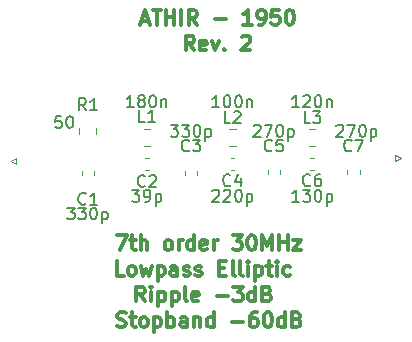
<source format=gto>
G04 #@! TF.GenerationSoftware,KiCad,Pcbnew,(5.1.4)-1*
G04 #@! TF.CreationDate,2019-12-12T20:41:28+01:00*
G04 #@! TF.ProjectId,30mhzLP,33306d68-7a4c-4502-9e6b-696361645f70,rev?*
G04 #@! TF.SameCoordinates,Original*
G04 #@! TF.FileFunction,Legend,Top*
G04 #@! TF.FilePolarity,Positive*
%FSLAX46Y46*%
G04 Gerber Fmt 4.6, Leading zero omitted, Abs format (unit mm)*
G04 Created by KiCad (PCBNEW (5.1.4)-1) date 2019-12-12 20:41:28*
%MOMM*%
%LPD*%
G04 APERTURE LIST*
%ADD10C,0.300000*%
%ADD11C,0.120000*%
%ADD12C,0.150000*%
G04 APERTURE END LIST*
D10*
X130952380Y-118802976D02*
X131785714Y-118802976D01*
X131250000Y-120052976D01*
X132083333Y-119219642D02*
X132559523Y-119219642D01*
X132261904Y-118802976D02*
X132261904Y-119874404D01*
X132321428Y-119993452D01*
X132440476Y-120052976D01*
X132559523Y-120052976D01*
X132976190Y-120052976D02*
X132976190Y-118802976D01*
X133511904Y-120052976D02*
X133511904Y-119398214D01*
X133452380Y-119279166D01*
X133333333Y-119219642D01*
X133154761Y-119219642D01*
X133035714Y-119279166D01*
X132976190Y-119338690D01*
X135238095Y-120052976D02*
X135119047Y-119993452D01*
X135059523Y-119933928D01*
X135000000Y-119814880D01*
X135000000Y-119457738D01*
X135059523Y-119338690D01*
X135119047Y-119279166D01*
X135238095Y-119219642D01*
X135416666Y-119219642D01*
X135535714Y-119279166D01*
X135595238Y-119338690D01*
X135654761Y-119457738D01*
X135654761Y-119814880D01*
X135595238Y-119933928D01*
X135535714Y-119993452D01*
X135416666Y-120052976D01*
X135238095Y-120052976D01*
X136190476Y-120052976D02*
X136190476Y-119219642D01*
X136190476Y-119457738D02*
X136250000Y-119338690D01*
X136309523Y-119279166D01*
X136428571Y-119219642D01*
X136547619Y-119219642D01*
X137500000Y-120052976D02*
X137500000Y-118802976D01*
X137500000Y-119993452D02*
X137380952Y-120052976D01*
X137142857Y-120052976D01*
X137023809Y-119993452D01*
X136964285Y-119933928D01*
X136904761Y-119814880D01*
X136904761Y-119457738D01*
X136964285Y-119338690D01*
X137023809Y-119279166D01*
X137142857Y-119219642D01*
X137380952Y-119219642D01*
X137500000Y-119279166D01*
X138571428Y-119993452D02*
X138452380Y-120052976D01*
X138214285Y-120052976D01*
X138095238Y-119993452D01*
X138035714Y-119874404D01*
X138035714Y-119398214D01*
X138095238Y-119279166D01*
X138214285Y-119219642D01*
X138452380Y-119219642D01*
X138571428Y-119279166D01*
X138630952Y-119398214D01*
X138630952Y-119517261D01*
X138035714Y-119636309D01*
X139166666Y-120052976D02*
X139166666Y-119219642D01*
X139166666Y-119457738D02*
X139226190Y-119338690D01*
X139285714Y-119279166D01*
X139404761Y-119219642D01*
X139523809Y-119219642D01*
X140773809Y-118802976D02*
X141547619Y-118802976D01*
X141130952Y-119279166D01*
X141309523Y-119279166D01*
X141428571Y-119338690D01*
X141488095Y-119398214D01*
X141547619Y-119517261D01*
X141547619Y-119814880D01*
X141488095Y-119933928D01*
X141428571Y-119993452D01*
X141309523Y-120052976D01*
X140952380Y-120052976D01*
X140833333Y-119993452D01*
X140773809Y-119933928D01*
X142321428Y-118802976D02*
X142440476Y-118802976D01*
X142559523Y-118862500D01*
X142619047Y-118922023D01*
X142678571Y-119041071D01*
X142738095Y-119279166D01*
X142738095Y-119576785D01*
X142678571Y-119814880D01*
X142619047Y-119933928D01*
X142559523Y-119993452D01*
X142440476Y-120052976D01*
X142321428Y-120052976D01*
X142202380Y-119993452D01*
X142142857Y-119933928D01*
X142083333Y-119814880D01*
X142023809Y-119576785D01*
X142023809Y-119279166D01*
X142083333Y-119041071D01*
X142142857Y-118922023D01*
X142202380Y-118862500D01*
X142321428Y-118802976D01*
X143273809Y-120052976D02*
X143273809Y-118802976D01*
X143690476Y-119695833D01*
X144107142Y-118802976D01*
X144107142Y-120052976D01*
X144702380Y-120052976D02*
X144702380Y-118802976D01*
X144702380Y-119398214D02*
X145416666Y-119398214D01*
X145416666Y-120052976D02*
X145416666Y-118802976D01*
X145892857Y-119219642D02*
X146547619Y-119219642D01*
X145892857Y-120052976D01*
X146547619Y-120052976D01*
X131547619Y-122227976D02*
X130952380Y-122227976D01*
X130952380Y-120977976D01*
X132142857Y-122227976D02*
X132023809Y-122168452D01*
X131964285Y-122108928D01*
X131904761Y-121989880D01*
X131904761Y-121632738D01*
X131964285Y-121513690D01*
X132023809Y-121454166D01*
X132142857Y-121394642D01*
X132321428Y-121394642D01*
X132440476Y-121454166D01*
X132500000Y-121513690D01*
X132559523Y-121632738D01*
X132559523Y-121989880D01*
X132500000Y-122108928D01*
X132440476Y-122168452D01*
X132321428Y-122227976D01*
X132142857Y-122227976D01*
X132976190Y-121394642D02*
X133214285Y-122227976D01*
X133452380Y-121632738D01*
X133690476Y-122227976D01*
X133928571Y-121394642D01*
X134404761Y-121394642D02*
X134404761Y-122644642D01*
X134404761Y-121454166D02*
X134523809Y-121394642D01*
X134761904Y-121394642D01*
X134880952Y-121454166D01*
X134940476Y-121513690D01*
X135000000Y-121632738D01*
X135000000Y-121989880D01*
X134940476Y-122108928D01*
X134880952Y-122168452D01*
X134761904Y-122227976D01*
X134523809Y-122227976D01*
X134404761Y-122168452D01*
X136071428Y-122227976D02*
X136071428Y-121573214D01*
X136011904Y-121454166D01*
X135892857Y-121394642D01*
X135654761Y-121394642D01*
X135535714Y-121454166D01*
X136071428Y-122168452D02*
X135952380Y-122227976D01*
X135654761Y-122227976D01*
X135535714Y-122168452D01*
X135476190Y-122049404D01*
X135476190Y-121930357D01*
X135535714Y-121811309D01*
X135654761Y-121751785D01*
X135952380Y-121751785D01*
X136071428Y-121692261D01*
X136607142Y-122168452D02*
X136726190Y-122227976D01*
X136964285Y-122227976D01*
X137083333Y-122168452D01*
X137142857Y-122049404D01*
X137142857Y-121989880D01*
X137083333Y-121870833D01*
X136964285Y-121811309D01*
X136785714Y-121811309D01*
X136666666Y-121751785D01*
X136607142Y-121632738D01*
X136607142Y-121573214D01*
X136666666Y-121454166D01*
X136785714Y-121394642D01*
X136964285Y-121394642D01*
X137083333Y-121454166D01*
X137619047Y-122168452D02*
X137738095Y-122227976D01*
X137976190Y-122227976D01*
X138095238Y-122168452D01*
X138154761Y-122049404D01*
X138154761Y-121989880D01*
X138095238Y-121870833D01*
X137976190Y-121811309D01*
X137797619Y-121811309D01*
X137678571Y-121751785D01*
X137619047Y-121632738D01*
X137619047Y-121573214D01*
X137678571Y-121454166D01*
X137797619Y-121394642D01*
X137976190Y-121394642D01*
X138095238Y-121454166D01*
X139642857Y-121573214D02*
X140059523Y-121573214D01*
X140238095Y-122227976D02*
X139642857Y-122227976D01*
X139642857Y-120977976D01*
X140238095Y-120977976D01*
X140952380Y-122227976D02*
X140833333Y-122168452D01*
X140773809Y-122049404D01*
X140773809Y-120977976D01*
X141607142Y-122227976D02*
X141488095Y-122168452D01*
X141428571Y-122049404D01*
X141428571Y-120977976D01*
X142083333Y-122227976D02*
X142083333Y-121394642D01*
X142083333Y-120977976D02*
X142023809Y-121037500D01*
X142083333Y-121097023D01*
X142142857Y-121037500D01*
X142083333Y-120977976D01*
X142083333Y-121097023D01*
X142678571Y-121394642D02*
X142678571Y-122644642D01*
X142678571Y-121454166D02*
X142797619Y-121394642D01*
X143035714Y-121394642D01*
X143154761Y-121454166D01*
X143214285Y-121513690D01*
X143273809Y-121632738D01*
X143273809Y-121989880D01*
X143214285Y-122108928D01*
X143154761Y-122168452D01*
X143035714Y-122227976D01*
X142797619Y-122227976D01*
X142678571Y-122168452D01*
X143630952Y-121394642D02*
X144107142Y-121394642D01*
X143809523Y-120977976D02*
X143809523Y-122049404D01*
X143869047Y-122168452D01*
X143988095Y-122227976D01*
X144107142Y-122227976D01*
X144523809Y-122227976D02*
X144523809Y-121394642D01*
X144523809Y-120977976D02*
X144464285Y-121037500D01*
X144523809Y-121097023D01*
X144583333Y-121037500D01*
X144523809Y-120977976D01*
X144523809Y-121097023D01*
X145654761Y-122168452D02*
X145535714Y-122227976D01*
X145297619Y-122227976D01*
X145178571Y-122168452D01*
X145119047Y-122108928D01*
X145059523Y-121989880D01*
X145059523Y-121632738D01*
X145119047Y-121513690D01*
X145178571Y-121454166D01*
X145297619Y-121394642D01*
X145535714Y-121394642D01*
X145654761Y-121454166D01*
X133333333Y-124402976D02*
X132916666Y-123807738D01*
X132619047Y-124402976D02*
X132619047Y-123152976D01*
X133095238Y-123152976D01*
X133214285Y-123212500D01*
X133273809Y-123272023D01*
X133333333Y-123391071D01*
X133333333Y-123569642D01*
X133273809Y-123688690D01*
X133214285Y-123748214D01*
X133095238Y-123807738D01*
X132619047Y-123807738D01*
X133869047Y-124402976D02*
X133869047Y-123569642D01*
X133869047Y-123152976D02*
X133809523Y-123212500D01*
X133869047Y-123272023D01*
X133928571Y-123212500D01*
X133869047Y-123152976D01*
X133869047Y-123272023D01*
X134464285Y-123569642D02*
X134464285Y-124819642D01*
X134464285Y-123629166D02*
X134583333Y-123569642D01*
X134821428Y-123569642D01*
X134940476Y-123629166D01*
X135000000Y-123688690D01*
X135059523Y-123807738D01*
X135059523Y-124164880D01*
X135000000Y-124283928D01*
X134940476Y-124343452D01*
X134821428Y-124402976D01*
X134583333Y-124402976D01*
X134464285Y-124343452D01*
X135595238Y-123569642D02*
X135595238Y-124819642D01*
X135595238Y-123629166D02*
X135714285Y-123569642D01*
X135952380Y-123569642D01*
X136071428Y-123629166D01*
X136130952Y-123688690D01*
X136190476Y-123807738D01*
X136190476Y-124164880D01*
X136130952Y-124283928D01*
X136071428Y-124343452D01*
X135952380Y-124402976D01*
X135714285Y-124402976D01*
X135595238Y-124343452D01*
X136904761Y-124402976D02*
X136785714Y-124343452D01*
X136726190Y-124224404D01*
X136726190Y-123152976D01*
X137857142Y-124343452D02*
X137738095Y-124402976D01*
X137500000Y-124402976D01*
X137380952Y-124343452D01*
X137321428Y-124224404D01*
X137321428Y-123748214D01*
X137380952Y-123629166D01*
X137500000Y-123569642D01*
X137738095Y-123569642D01*
X137857142Y-123629166D01*
X137916666Y-123748214D01*
X137916666Y-123867261D01*
X137321428Y-123986309D01*
X139404761Y-123926785D02*
X140357142Y-123926785D01*
X140833333Y-123152976D02*
X141607142Y-123152976D01*
X141190476Y-123629166D01*
X141369047Y-123629166D01*
X141488095Y-123688690D01*
X141547619Y-123748214D01*
X141607142Y-123867261D01*
X141607142Y-124164880D01*
X141547619Y-124283928D01*
X141488095Y-124343452D01*
X141369047Y-124402976D01*
X141011904Y-124402976D01*
X140892857Y-124343452D01*
X140833333Y-124283928D01*
X142678571Y-124402976D02*
X142678571Y-123152976D01*
X142678571Y-124343452D02*
X142559523Y-124402976D01*
X142321428Y-124402976D01*
X142202380Y-124343452D01*
X142142857Y-124283928D01*
X142083333Y-124164880D01*
X142083333Y-123807738D01*
X142142857Y-123688690D01*
X142202380Y-123629166D01*
X142321428Y-123569642D01*
X142559523Y-123569642D01*
X142678571Y-123629166D01*
X143690476Y-123748214D02*
X143869047Y-123807738D01*
X143928571Y-123867261D01*
X143988095Y-123986309D01*
X143988095Y-124164880D01*
X143928571Y-124283928D01*
X143869047Y-124343452D01*
X143750000Y-124402976D01*
X143273809Y-124402976D01*
X143273809Y-123152976D01*
X143690476Y-123152976D01*
X143809523Y-123212500D01*
X143869047Y-123272023D01*
X143928571Y-123391071D01*
X143928571Y-123510119D01*
X143869047Y-123629166D01*
X143809523Y-123688690D01*
X143690476Y-123748214D01*
X143273809Y-123748214D01*
X131011904Y-126518452D02*
X131190476Y-126577976D01*
X131488095Y-126577976D01*
X131607142Y-126518452D01*
X131666666Y-126458928D01*
X131726190Y-126339880D01*
X131726190Y-126220833D01*
X131666666Y-126101785D01*
X131607142Y-126042261D01*
X131488095Y-125982738D01*
X131250000Y-125923214D01*
X131130952Y-125863690D01*
X131071428Y-125804166D01*
X131011904Y-125685119D01*
X131011904Y-125566071D01*
X131071428Y-125447023D01*
X131130952Y-125387500D01*
X131250000Y-125327976D01*
X131547619Y-125327976D01*
X131726190Y-125387500D01*
X132083333Y-125744642D02*
X132559523Y-125744642D01*
X132261904Y-125327976D02*
X132261904Y-126399404D01*
X132321428Y-126518452D01*
X132440476Y-126577976D01*
X132559523Y-126577976D01*
X133154761Y-126577976D02*
X133035714Y-126518452D01*
X132976190Y-126458928D01*
X132916666Y-126339880D01*
X132916666Y-125982738D01*
X132976190Y-125863690D01*
X133035714Y-125804166D01*
X133154761Y-125744642D01*
X133333333Y-125744642D01*
X133452380Y-125804166D01*
X133511904Y-125863690D01*
X133571428Y-125982738D01*
X133571428Y-126339880D01*
X133511904Y-126458928D01*
X133452380Y-126518452D01*
X133333333Y-126577976D01*
X133154761Y-126577976D01*
X134107142Y-125744642D02*
X134107142Y-126994642D01*
X134107142Y-125804166D02*
X134226190Y-125744642D01*
X134464285Y-125744642D01*
X134583333Y-125804166D01*
X134642857Y-125863690D01*
X134702380Y-125982738D01*
X134702380Y-126339880D01*
X134642857Y-126458928D01*
X134583333Y-126518452D01*
X134464285Y-126577976D01*
X134226190Y-126577976D01*
X134107142Y-126518452D01*
X135238095Y-126577976D02*
X135238095Y-125327976D01*
X135238095Y-125804166D02*
X135357142Y-125744642D01*
X135595238Y-125744642D01*
X135714285Y-125804166D01*
X135773809Y-125863690D01*
X135833333Y-125982738D01*
X135833333Y-126339880D01*
X135773809Y-126458928D01*
X135714285Y-126518452D01*
X135595238Y-126577976D01*
X135357142Y-126577976D01*
X135238095Y-126518452D01*
X136904761Y-126577976D02*
X136904761Y-125923214D01*
X136845238Y-125804166D01*
X136726190Y-125744642D01*
X136488095Y-125744642D01*
X136369047Y-125804166D01*
X136904761Y-126518452D02*
X136785714Y-126577976D01*
X136488095Y-126577976D01*
X136369047Y-126518452D01*
X136309523Y-126399404D01*
X136309523Y-126280357D01*
X136369047Y-126161309D01*
X136488095Y-126101785D01*
X136785714Y-126101785D01*
X136904761Y-126042261D01*
X137500000Y-125744642D02*
X137500000Y-126577976D01*
X137500000Y-125863690D02*
X137559523Y-125804166D01*
X137678571Y-125744642D01*
X137857142Y-125744642D01*
X137976190Y-125804166D01*
X138035714Y-125923214D01*
X138035714Y-126577976D01*
X139166666Y-126577976D02*
X139166666Y-125327976D01*
X139166666Y-126518452D02*
X139047619Y-126577976D01*
X138809523Y-126577976D01*
X138690476Y-126518452D01*
X138630952Y-126458928D01*
X138571428Y-126339880D01*
X138571428Y-125982738D01*
X138630952Y-125863690D01*
X138690476Y-125804166D01*
X138809523Y-125744642D01*
X139047619Y-125744642D01*
X139166666Y-125804166D01*
X140714285Y-126101785D02*
X141666666Y-126101785D01*
X142797619Y-125327976D02*
X142559523Y-125327976D01*
X142440476Y-125387500D01*
X142380952Y-125447023D01*
X142261904Y-125625595D01*
X142202380Y-125863690D01*
X142202380Y-126339880D01*
X142261904Y-126458928D01*
X142321428Y-126518452D01*
X142440476Y-126577976D01*
X142678571Y-126577976D01*
X142797619Y-126518452D01*
X142857142Y-126458928D01*
X142916666Y-126339880D01*
X142916666Y-126042261D01*
X142857142Y-125923214D01*
X142797619Y-125863690D01*
X142678571Y-125804166D01*
X142440476Y-125804166D01*
X142321428Y-125863690D01*
X142261904Y-125923214D01*
X142202380Y-126042261D01*
X143690476Y-125327976D02*
X143809523Y-125327976D01*
X143928571Y-125387500D01*
X143988095Y-125447023D01*
X144047619Y-125566071D01*
X144107142Y-125804166D01*
X144107142Y-126101785D01*
X144047619Y-126339880D01*
X143988095Y-126458928D01*
X143928571Y-126518452D01*
X143809523Y-126577976D01*
X143690476Y-126577976D01*
X143571428Y-126518452D01*
X143511904Y-126458928D01*
X143452380Y-126339880D01*
X143392857Y-126101785D01*
X143392857Y-125804166D01*
X143452380Y-125566071D01*
X143511904Y-125447023D01*
X143571428Y-125387500D01*
X143690476Y-125327976D01*
X145178571Y-126577976D02*
X145178571Y-125327976D01*
X145178571Y-126518452D02*
X145059523Y-126577976D01*
X144821428Y-126577976D01*
X144702380Y-126518452D01*
X144642857Y-126458928D01*
X144583333Y-126339880D01*
X144583333Y-125982738D01*
X144642857Y-125863690D01*
X144702380Y-125804166D01*
X144821428Y-125744642D01*
X145059523Y-125744642D01*
X145178571Y-125804166D01*
X146190476Y-125923214D02*
X146369047Y-125982738D01*
X146428571Y-126042261D01*
X146488095Y-126161309D01*
X146488095Y-126339880D01*
X146428571Y-126458928D01*
X146369047Y-126518452D01*
X146250000Y-126577976D01*
X145773809Y-126577976D01*
X145773809Y-125327976D01*
X146190476Y-125327976D01*
X146309523Y-125387500D01*
X146369047Y-125447023D01*
X146428571Y-125566071D01*
X146428571Y-125685119D01*
X146369047Y-125804166D01*
X146309523Y-125863690D01*
X146190476Y-125923214D01*
X145773809Y-125923214D01*
X133041666Y-100620833D02*
X133636904Y-100620833D01*
X132922619Y-100977976D02*
X133339285Y-99727976D01*
X133755952Y-100977976D01*
X133994047Y-99727976D02*
X134708333Y-99727976D01*
X134351190Y-100977976D02*
X134351190Y-99727976D01*
X135125000Y-100977976D02*
X135125000Y-99727976D01*
X135125000Y-100323214D02*
X135839285Y-100323214D01*
X135839285Y-100977976D02*
X135839285Y-99727976D01*
X136434523Y-100977976D02*
X136434523Y-99727976D01*
X137744047Y-100977976D02*
X137327380Y-100382738D01*
X137029761Y-100977976D02*
X137029761Y-99727976D01*
X137505952Y-99727976D01*
X137625000Y-99787500D01*
X137684523Y-99847023D01*
X137744047Y-99966071D01*
X137744047Y-100144642D01*
X137684523Y-100263690D01*
X137625000Y-100323214D01*
X137505952Y-100382738D01*
X137029761Y-100382738D01*
X139232142Y-100501785D02*
X140184523Y-100501785D01*
X142386904Y-100977976D02*
X141672619Y-100977976D01*
X142029761Y-100977976D02*
X142029761Y-99727976D01*
X141910714Y-99906547D01*
X141791666Y-100025595D01*
X141672619Y-100085119D01*
X142982142Y-100977976D02*
X143220238Y-100977976D01*
X143339285Y-100918452D01*
X143398809Y-100858928D01*
X143517857Y-100680357D01*
X143577380Y-100442261D01*
X143577380Y-99966071D01*
X143517857Y-99847023D01*
X143458333Y-99787500D01*
X143339285Y-99727976D01*
X143101190Y-99727976D01*
X142982142Y-99787500D01*
X142922619Y-99847023D01*
X142863095Y-99966071D01*
X142863095Y-100263690D01*
X142922619Y-100382738D01*
X142982142Y-100442261D01*
X143101190Y-100501785D01*
X143339285Y-100501785D01*
X143458333Y-100442261D01*
X143517857Y-100382738D01*
X143577380Y-100263690D01*
X144708333Y-99727976D02*
X144113095Y-99727976D01*
X144053571Y-100323214D01*
X144113095Y-100263690D01*
X144232142Y-100204166D01*
X144529761Y-100204166D01*
X144648809Y-100263690D01*
X144708333Y-100323214D01*
X144767857Y-100442261D01*
X144767857Y-100739880D01*
X144708333Y-100858928D01*
X144648809Y-100918452D01*
X144529761Y-100977976D01*
X144232142Y-100977976D01*
X144113095Y-100918452D01*
X144053571Y-100858928D01*
X145541666Y-99727976D02*
X145660714Y-99727976D01*
X145779761Y-99787500D01*
X145839285Y-99847023D01*
X145898809Y-99966071D01*
X145958333Y-100204166D01*
X145958333Y-100501785D01*
X145898809Y-100739880D01*
X145839285Y-100858928D01*
X145779761Y-100918452D01*
X145660714Y-100977976D01*
X145541666Y-100977976D01*
X145422619Y-100918452D01*
X145363095Y-100858928D01*
X145303571Y-100739880D01*
X145244047Y-100501785D01*
X145244047Y-100204166D01*
X145303571Y-99966071D01*
X145363095Y-99847023D01*
X145422619Y-99787500D01*
X145541666Y-99727976D01*
X137505952Y-103152976D02*
X137089285Y-102557738D01*
X136791666Y-103152976D02*
X136791666Y-101902976D01*
X137267857Y-101902976D01*
X137386904Y-101962500D01*
X137446428Y-102022023D01*
X137505952Y-102141071D01*
X137505952Y-102319642D01*
X137446428Y-102438690D01*
X137386904Y-102498214D01*
X137267857Y-102557738D01*
X136791666Y-102557738D01*
X138517857Y-103093452D02*
X138398809Y-103152976D01*
X138160714Y-103152976D01*
X138041666Y-103093452D01*
X137982142Y-102974404D01*
X137982142Y-102498214D01*
X138041666Y-102379166D01*
X138160714Y-102319642D01*
X138398809Y-102319642D01*
X138517857Y-102379166D01*
X138577380Y-102498214D01*
X138577380Y-102617261D01*
X137982142Y-102736309D01*
X138994047Y-102319642D02*
X139291666Y-103152976D01*
X139589285Y-102319642D01*
X140065476Y-103033928D02*
X140125000Y-103093452D01*
X140065476Y-103152976D01*
X140005952Y-103093452D01*
X140065476Y-103033928D01*
X140065476Y-103152976D01*
X141553571Y-102022023D02*
X141613095Y-101962500D01*
X141732142Y-101902976D01*
X142029761Y-101902976D01*
X142148809Y-101962500D01*
X142208333Y-102022023D01*
X142267857Y-102141071D01*
X142267857Y-102260119D01*
X142208333Y-102438690D01*
X141494047Y-103152976D01*
X142267857Y-103152976D01*
D11*
X129210000Y-110258578D02*
X129210000Y-109741422D01*
X127790000Y-110258578D02*
X127790000Y-109741422D01*
X147241422Y-111210000D02*
X147758578Y-111210000D01*
X147241422Y-109790000D02*
X147758578Y-109790000D01*
X140491422Y-111210000D02*
X141008578Y-111210000D01*
X140491422Y-109790000D02*
X141008578Y-109790000D01*
X133241422Y-111210000D02*
X133758578Y-111210000D01*
X133241422Y-109790000D02*
X133758578Y-109790000D01*
X155040000Y-112250000D02*
X154540000Y-112000000D01*
X154540000Y-112000000D02*
X154540000Y-112500000D01*
X154540000Y-112500000D02*
X155040000Y-112250000D01*
X121960000Y-112500000D02*
X122460000Y-112750000D01*
X122460000Y-112750000D02*
X122460000Y-112250000D01*
X122460000Y-112250000D02*
X121960000Y-112500000D01*
X150490000Y-113299721D02*
X150490000Y-113625279D01*
X151510000Y-113299721D02*
X151510000Y-113625279D01*
X147662779Y-112240000D02*
X147337221Y-112240000D01*
X147662779Y-113260000D02*
X147337221Y-113260000D01*
X143740000Y-113299721D02*
X143740000Y-113625279D01*
X144760000Y-113299721D02*
X144760000Y-113625279D01*
X140912779Y-112240000D02*
X140587221Y-112240000D01*
X140912779Y-113260000D02*
X140587221Y-113260000D01*
X136740000Y-113337221D02*
X136740000Y-113662779D01*
X137760000Y-113337221D02*
X137760000Y-113662779D01*
X133662779Y-112240000D02*
X133337221Y-112240000D01*
X133662779Y-113260000D02*
X133337221Y-113260000D01*
X127990000Y-113337221D02*
X127990000Y-113662779D01*
X129010000Y-113337221D02*
X129010000Y-113662779D01*
D12*
X128333333Y-108202380D02*
X128000000Y-107726190D01*
X127761904Y-108202380D02*
X127761904Y-107202380D01*
X128142857Y-107202380D01*
X128238095Y-107250000D01*
X128285714Y-107297619D01*
X128333333Y-107392857D01*
X128333333Y-107535714D01*
X128285714Y-107630952D01*
X128238095Y-107678571D01*
X128142857Y-107726190D01*
X127761904Y-107726190D01*
X129285714Y-108202380D02*
X128714285Y-108202380D01*
X129000000Y-108202380D02*
X129000000Y-107202380D01*
X128904761Y-107345238D01*
X128809523Y-107440476D01*
X128714285Y-107488095D01*
X126261904Y-108702380D02*
X125785714Y-108702380D01*
X125738095Y-109178571D01*
X125785714Y-109130952D01*
X125880952Y-109083333D01*
X126119047Y-109083333D01*
X126214285Y-109130952D01*
X126261904Y-109178571D01*
X126309523Y-109273809D01*
X126309523Y-109511904D01*
X126261904Y-109607142D01*
X126214285Y-109654761D01*
X126119047Y-109702380D01*
X125880952Y-109702380D01*
X125785714Y-109654761D01*
X125738095Y-109607142D01*
X126928571Y-108702380D02*
X127023809Y-108702380D01*
X127119047Y-108750000D01*
X127166666Y-108797619D01*
X127214285Y-108892857D01*
X127261904Y-109083333D01*
X127261904Y-109321428D01*
X127214285Y-109511904D01*
X127166666Y-109607142D01*
X127119047Y-109654761D01*
X127023809Y-109702380D01*
X126928571Y-109702380D01*
X126833333Y-109654761D01*
X126785714Y-109607142D01*
X126738095Y-109511904D01*
X126690476Y-109321428D01*
X126690476Y-109083333D01*
X126738095Y-108892857D01*
X126785714Y-108797619D01*
X126833333Y-108750000D01*
X126928571Y-108702380D01*
X147333333Y-109302380D02*
X146857142Y-109302380D01*
X146857142Y-108302380D01*
X147571428Y-108302380D02*
X148190476Y-108302380D01*
X147857142Y-108683333D01*
X148000000Y-108683333D01*
X148095238Y-108730952D01*
X148142857Y-108778571D01*
X148190476Y-108873809D01*
X148190476Y-109111904D01*
X148142857Y-109207142D01*
X148095238Y-109254761D01*
X148000000Y-109302380D01*
X147714285Y-109302380D01*
X147619047Y-109254761D01*
X147571428Y-109207142D01*
X146380952Y-107952380D02*
X145809523Y-107952380D01*
X146095238Y-107952380D02*
X146095238Y-106952380D01*
X146000000Y-107095238D01*
X145904761Y-107190476D01*
X145809523Y-107238095D01*
X146761904Y-107047619D02*
X146809523Y-107000000D01*
X146904761Y-106952380D01*
X147142857Y-106952380D01*
X147238095Y-107000000D01*
X147285714Y-107047619D01*
X147333333Y-107142857D01*
X147333333Y-107238095D01*
X147285714Y-107380952D01*
X146714285Y-107952380D01*
X147333333Y-107952380D01*
X147952380Y-106952380D02*
X148047619Y-106952380D01*
X148142857Y-107000000D01*
X148190476Y-107047619D01*
X148238095Y-107142857D01*
X148285714Y-107333333D01*
X148285714Y-107571428D01*
X148238095Y-107761904D01*
X148190476Y-107857142D01*
X148142857Y-107904761D01*
X148047619Y-107952380D01*
X147952380Y-107952380D01*
X147857142Y-107904761D01*
X147809523Y-107857142D01*
X147761904Y-107761904D01*
X147714285Y-107571428D01*
X147714285Y-107333333D01*
X147761904Y-107142857D01*
X147809523Y-107047619D01*
X147857142Y-107000000D01*
X147952380Y-106952380D01*
X148714285Y-107285714D02*
X148714285Y-107952380D01*
X148714285Y-107380952D02*
X148761904Y-107333333D01*
X148857142Y-107285714D01*
X149000000Y-107285714D01*
X149095238Y-107333333D01*
X149142857Y-107428571D01*
X149142857Y-107952380D01*
X140583333Y-109302380D02*
X140107142Y-109302380D01*
X140107142Y-108302380D01*
X140869047Y-108397619D02*
X140916666Y-108350000D01*
X141011904Y-108302380D01*
X141250000Y-108302380D01*
X141345238Y-108350000D01*
X141392857Y-108397619D01*
X141440476Y-108492857D01*
X141440476Y-108588095D01*
X141392857Y-108730952D01*
X140821428Y-109302380D01*
X141440476Y-109302380D01*
X139630952Y-107952380D02*
X139059523Y-107952380D01*
X139345238Y-107952380D02*
X139345238Y-106952380D01*
X139250000Y-107095238D01*
X139154761Y-107190476D01*
X139059523Y-107238095D01*
X140250000Y-106952380D02*
X140345238Y-106952380D01*
X140440476Y-107000000D01*
X140488095Y-107047619D01*
X140535714Y-107142857D01*
X140583333Y-107333333D01*
X140583333Y-107571428D01*
X140535714Y-107761904D01*
X140488095Y-107857142D01*
X140440476Y-107904761D01*
X140345238Y-107952380D01*
X140250000Y-107952380D01*
X140154761Y-107904761D01*
X140107142Y-107857142D01*
X140059523Y-107761904D01*
X140011904Y-107571428D01*
X140011904Y-107333333D01*
X140059523Y-107142857D01*
X140107142Y-107047619D01*
X140154761Y-107000000D01*
X140250000Y-106952380D01*
X141202380Y-106952380D02*
X141297619Y-106952380D01*
X141392857Y-107000000D01*
X141440476Y-107047619D01*
X141488095Y-107142857D01*
X141535714Y-107333333D01*
X141535714Y-107571428D01*
X141488095Y-107761904D01*
X141440476Y-107857142D01*
X141392857Y-107904761D01*
X141297619Y-107952380D01*
X141202380Y-107952380D01*
X141107142Y-107904761D01*
X141059523Y-107857142D01*
X141011904Y-107761904D01*
X140964285Y-107571428D01*
X140964285Y-107333333D01*
X141011904Y-107142857D01*
X141059523Y-107047619D01*
X141107142Y-107000000D01*
X141202380Y-106952380D01*
X141964285Y-107285714D02*
X141964285Y-107952380D01*
X141964285Y-107380952D02*
X142011904Y-107333333D01*
X142107142Y-107285714D01*
X142250000Y-107285714D01*
X142345238Y-107333333D01*
X142392857Y-107428571D01*
X142392857Y-107952380D01*
X133333333Y-109202380D02*
X132857142Y-109202380D01*
X132857142Y-108202380D01*
X134190476Y-109202380D02*
X133619047Y-109202380D01*
X133904761Y-109202380D02*
X133904761Y-108202380D01*
X133809523Y-108345238D01*
X133714285Y-108440476D01*
X133619047Y-108488095D01*
X132380952Y-107952380D02*
X131809523Y-107952380D01*
X132095238Y-107952380D02*
X132095238Y-106952380D01*
X132000000Y-107095238D01*
X131904761Y-107190476D01*
X131809523Y-107238095D01*
X132952380Y-107380952D02*
X132857142Y-107333333D01*
X132809523Y-107285714D01*
X132761904Y-107190476D01*
X132761904Y-107142857D01*
X132809523Y-107047619D01*
X132857142Y-107000000D01*
X132952380Y-106952380D01*
X133142857Y-106952380D01*
X133238095Y-107000000D01*
X133285714Y-107047619D01*
X133333333Y-107142857D01*
X133333333Y-107190476D01*
X133285714Y-107285714D01*
X133238095Y-107333333D01*
X133142857Y-107380952D01*
X132952380Y-107380952D01*
X132857142Y-107428571D01*
X132809523Y-107476190D01*
X132761904Y-107571428D01*
X132761904Y-107761904D01*
X132809523Y-107857142D01*
X132857142Y-107904761D01*
X132952380Y-107952380D01*
X133142857Y-107952380D01*
X133238095Y-107904761D01*
X133285714Y-107857142D01*
X133333333Y-107761904D01*
X133333333Y-107571428D01*
X133285714Y-107476190D01*
X133238095Y-107428571D01*
X133142857Y-107380952D01*
X133952380Y-106952380D02*
X134047619Y-106952380D01*
X134142857Y-107000000D01*
X134190476Y-107047619D01*
X134238095Y-107142857D01*
X134285714Y-107333333D01*
X134285714Y-107571428D01*
X134238095Y-107761904D01*
X134190476Y-107857142D01*
X134142857Y-107904761D01*
X134047619Y-107952380D01*
X133952380Y-107952380D01*
X133857142Y-107904761D01*
X133809523Y-107857142D01*
X133761904Y-107761904D01*
X133714285Y-107571428D01*
X133714285Y-107333333D01*
X133761904Y-107142857D01*
X133809523Y-107047619D01*
X133857142Y-107000000D01*
X133952380Y-106952380D01*
X134714285Y-107285714D02*
X134714285Y-107952380D01*
X134714285Y-107380952D02*
X134761904Y-107333333D01*
X134857142Y-107285714D01*
X135000000Y-107285714D01*
X135095238Y-107333333D01*
X135142857Y-107428571D01*
X135142857Y-107952380D01*
X150833333Y-111607142D02*
X150785714Y-111654761D01*
X150642857Y-111702380D01*
X150547619Y-111702380D01*
X150404761Y-111654761D01*
X150309523Y-111559523D01*
X150261904Y-111464285D01*
X150214285Y-111273809D01*
X150214285Y-111130952D01*
X150261904Y-110940476D01*
X150309523Y-110845238D01*
X150404761Y-110750000D01*
X150547619Y-110702380D01*
X150642857Y-110702380D01*
X150785714Y-110750000D01*
X150833333Y-110797619D01*
X151166666Y-110702380D02*
X151833333Y-110702380D01*
X151404761Y-111702380D01*
X149559523Y-109547619D02*
X149607142Y-109500000D01*
X149702380Y-109452380D01*
X149940476Y-109452380D01*
X150035714Y-109500000D01*
X150083333Y-109547619D01*
X150130952Y-109642857D01*
X150130952Y-109738095D01*
X150083333Y-109880952D01*
X149511904Y-110452380D01*
X150130952Y-110452380D01*
X150464285Y-109452380D02*
X151130952Y-109452380D01*
X150702380Y-110452380D01*
X151702380Y-109452380D02*
X151797619Y-109452380D01*
X151892857Y-109500000D01*
X151940476Y-109547619D01*
X151988095Y-109642857D01*
X152035714Y-109833333D01*
X152035714Y-110071428D01*
X151988095Y-110261904D01*
X151940476Y-110357142D01*
X151892857Y-110404761D01*
X151797619Y-110452380D01*
X151702380Y-110452380D01*
X151607142Y-110404761D01*
X151559523Y-110357142D01*
X151511904Y-110261904D01*
X151464285Y-110071428D01*
X151464285Y-109833333D01*
X151511904Y-109642857D01*
X151559523Y-109547619D01*
X151607142Y-109500000D01*
X151702380Y-109452380D01*
X152464285Y-109785714D02*
X152464285Y-110785714D01*
X152464285Y-109833333D02*
X152559523Y-109785714D01*
X152750000Y-109785714D01*
X152845238Y-109833333D01*
X152892857Y-109880952D01*
X152940476Y-109976190D01*
X152940476Y-110261904D01*
X152892857Y-110357142D01*
X152845238Y-110404761D01*
X152750000Y-110452380D01*
X152559523Y-110452380D01*
X152464285Y-110404761D01*
X147333333Y-114537142D02*
X147285714Y-114584761D01*
X147142857Y-114632380D01*
X147047619Y-114632380D01*
X146904761Y-114584761D01*
X146809523Y-114489523D01*
X146761904Y-114394285D01*
X146714285Y-114203809D01*
X146714285Y-114060952D01*
X146761904Y-113870476D01*
X146809523Y-113775238D01*
X146904761Y-113680000D01*
X147047619Y-113632380D01*
X147142857Y-113632380D01*
X147285714Y-113680000D01*
X147333333Y-113727619D01*
X148190476Y-113632380D02*
X148000000Y-113632380D01*
X147904761Y-113680000D01*
X147857142Y-113727619D01*
X147761904Y-113870476D01*
X147714285Y-114060952D01*
X147714285Y-114441904D01*
X147761904Y-114537142D01*
X147809523Y-114584761D01*
X147904761Y-114632380D01*
X148095238Y-114632380D01*
X148190476Y-114584761D01*
X148238095Y-114537142D01*
X148285714Y-114441904D01*
X148285714Y-114203809D01*
X148238095Y-114108571D01*
X148190476Y-114060952D01*
X148095238Y-114013333D01*
X147904761Y-114013333D01*
X147809523Y-114060952D01*
X147761904Y-114108571D01*
X147714285Y-114203809D01*
X146380952Y-115952380D02*
X145809523Y-115952380D01*
X146095238Y-115952380D02*
X146095238Y-114952380D01*
X146000000Y-115095238D01*
X145904761Y-115190476D01*
X145809523Y-115238095D01*
X146714285Y-114952380D02*
X147333333Y-114952380D01*
X147000000Y-115333333D01*
X147142857Y-115333333D01*
X147238095Y-115380952D01*
X147285714Y-115428571D01*
X147333333Y-115523809D01*
X147333333Y-115761904D01*
X147285714Y-115857142D01*
X147238095Y-115904761D01*
X147142857Y-115952380D01*
X146857142Y-115952380D01*
X146761904Y-115904761D01*
X146714285Y-115857142D01*
X147952380Y-114952380D02*
X148047619Y-114952380D01*
X148142857Y-115000000D01*
X148190476Y-115047619D01*
X148238095Y-115142857D01*
X148285714Y-115333333D01*
X148285714Y-115571428D01*
X148238095Y-115761904D01*
X148190476Y-115857142D01*
X148142857Y-115904761D01*
X148047619Y-115952380D01*
X147952380Y-115952380D01*
X147857142Y-115904761D01*
X147809523Y-115857142D01*
X147761904Y-115761904D01*
X147714285Y-115571428D01*
X147714285Y-115333333D01*
X147761904Y-115142857D01*
X147809523Y-115047619D01*
X147857142Y-115000000D01*
X147952380Y-114952380D01*
X148714285Y-115285714D02*
X148714285Y-116285714D01*
X148714285Y-115333333D02*
X148809523Y-115285714D01*
X149000000Y-115285714D01*
X149095238Y-115333333D01*
X149142857Y-115380952D01*
X149190476Y-115476190D01*
X149190476Y-115761904D01*
X149142857Y-115857142D01*
X149095238Y-115904761D01*
X149000000Y-115952380D01*
X148809523Y-115952380D01*
X148714285Y-115904761D01*
X144083333Y-111607142D02*
X144035714Y-111654761D01*
X143892857Y-111702380D01*
X143797619Y-111702380D01*
X143654761Y-111654761D01*
X143559523Y-111559523D01*
X143511904Y-111464285D01*
X143464285Y-111273809D01*
X143464285Y-111130952D01*
X143511904Y-110940476D01*
X143559523Y-110845238D01*
X143654761Y-110750000D01*
X143797619Y-110702380D01*
X143892857Y-110702380D01*
X144035714Y-110750000D01*
X144083333Y-110797619D01*
X144988095Y-110702380D02*
X144511904Y-110702380D01*
X144464285Y-111178571D01*
X144511904Y-111130952D01*
X144607142Y-111083333D01*
X144845238Y-111083333D01*
X144940476Y-111130952D01*
X144988095Y-111178571D01*
X145035714Y-111273809D01*
X145035714Y-111511904D01*
X144988095Y-111607142D01*
X144940476Y-111654761D01*
X144845238Y-111702380D01*
X144607142Y-111702380D01*
X144511904Y-111654761D01*
X144464285Y-111607142D01*
X142559523Y-109547619D02*
X142607142Y-109500000D01*
X142702380Y-109452380D01*
X142940476Y-109452380D01*
X143035714Y-109500000D01*
X143083333Y-109547619D01*
X143130952Y-109642857D01*
X143130952Y-109738095D01*
X143083333Y-109880952D01*
X142511904Y-110452380D01*
X143130952Y-110452380D01*
X143464285Y-109452380D02*
X144130952Y-109452380D01*
X143702380Y-110452380D01*
X144702380Y-109452380D02*
X144797619Y-109452380D01*
X144892857Y-109500000D01*
X144940476Y-109547619D01*
X144988095Y-109642857D01*
X145035714Y-109833333D01*
X145035714Y-110071428D01*
X144988095Y-110261904D01*
X144940476Y-110357142D01*
X144892857Y-110404761D01*
X144797619Y-110452380D01*
X144702380Y-110452380D01*
X144607142Y-110404761D01*
X144559523Y-110357142D01*
X144511904Y-110261904D01*
X144464285Y-110071428D01*
X144464285Y-109833333D01*
X144511904Y-109642857D01*
X144559523Y-109547619D01*
X144607142Y-109500000D01*
X144702380Y-109452380D01*
X145464285Y-109785714D02*
X145464285Y-110785714D01*
X145464285Y-109833333D02*
X145559523Y-109785714D01*
X145750000Y-109785714D01*
X145845238Y-109833333D01*
X145892857Y-109880952D01*
X145940476Y-109976190D01*
X145940476Y-110261904D01*
X145892857Y-110357142D01*
X145845238Y-110404761D01*
X145750000Y-110452380D01*
X145559523Y-110452380D01*
X145464285Y-110404761D01*
X140583333Y-114537142D02*
X140535714Y-114584761D01*
X140392857Y-114632380D01*
X140297619Y-114632380D01*
X140154761Y-114584761D01*
X140059523Y-114489523D01*
X140011904Y-114394285D01*
X139964285Y-114203809D01*
X139964285Y-114060952D01*
X140011904Y-113870476D01*
X140059523Y-113775238D01*
X140154761Y-113680000D01*
X140297619Y-113632380D01*
X140392857Y-113632380D01*
X140535714Y-113680000D01*
X140583333Y-113727619D01*
X141440476Y-113965714D02*
X141440476Y-114632380D01*
X141202380Y-113584761D02*
X140964285Y-114299047D01*
X141583333Y-114299047D01*
X139059523Y-115047619D02*
X139107142Y-115000000D01*
X139202380Y-114952380D01*
X139440476Y-114952380D01*
X139535714Y-115000000D01*
X139583333Y-115047619D01*
X139630952Y-115142857D01*
X139630952Y-115238095D01*
X139583333Y-115380952D01*
X139011904Y-115952380D01*
X139630952Y-115952380D01*
X140011904Y-115047619D02*
X140059523Y-115000000D01*
X140154761Y-114952380D01*
X140392857Y-114952380D01*
X140488095Y-115000000D01*
X140535714Y-115047619D01*
X140583333Y-115142857D01*
X140583333Y-115238095D01*
X140535714Y-115380952D01*
X139964285Y-115952380D01*
X140583333Y-115952380D01*
X141202380Y-114952380D02*
X141297619Y-114952380D01*
X141392857Y-115000000D01*
X141440476Y-115047619D01*
X141488095Y-115142857D01*
X141535714Y-115333333D01*
X141535714Y-115571428D01*
X141488095Y-115761904D01*
X141440476Y-115857142D01*
X141392857Y-115904761D01*
X141297619Y-115952380D01*
X141202380Y-115952380D01*
X141107142Y-115904761D01*
X141059523Y-115857142D01*
X141011904Y-115761904D01*
X140964285Y-115571428D01*
X140964285Y-115333333D01*
X141011904Y-115142857D01*
X141059523Y-115047619D01*
X141107142Y-115000000D01*
X141202380Y-114952380D01*
X141964285Y-115285714D02*
X141964285Y-116285714D01*
X141964285Y-115333333D02*
X142059523Y-115285714D01*
X142250000Y-115285714D01*
X142345238Y-115333333D01*
X142392857Y-115380952D01*
X142440476Y-115476190D01*
X142440476Y-115761904D01*
X142392857Y-115857142D01*
X142345238Y-115904761D01*
X142250000Y-115952380D01*
X142059523Y-115952380D01*
X141964285Y-115904761D01*
X137083333Y-111607142D02*
X137035714Y-111654761D01*
X136892857Y-111702380D01*
X136797619Y-111702380D01*
X136654761Y-111654761D01*
X136559523Y-111559523D01*
X136511904Y-111464285D01*
X136464285Y-111273809D01*
X136464285Y-111130952D01*
X136511904Y-110940476D01*
X136559523Y-110845238D01*
X136654761Y-110750000D01*
X136797619Y-110702380D01*
X136892857Y-110702380D01*
X137035714Y-110750000D01*
X137083333Y-110797619D01*
X137416666Y-110702380D02*
X138035714Y-110702380D01*
X137702380Y-111083333D01*
X137845238Y-111083333D01*
X137940476Y-111130952D01*
X137988095Y-111178571D01*
X138035714Y-111273809D01*
X138035714Y-111511904D01*
X137988095Y-111607142D01*
X137940476Y-111654761D01*
X137845238Y-111702380D01*
X137559523Y-111702380D01*
X137464285Y-111654761D01*
X137416666Y-111607142D01*
X135511904Y-109452380D02*
X136130952Y-109452380D01*
X135797619Y-109833333D01*
X135940476Y-109833333D01*
X136035714Y-109880952D01*
X136083333Y-109928571D01*
X136130952Y-110023809D01*
X136130952Y-110261904D01*
X136083333Y-110357142D01*
X136035714Y-110404761D01*
X135940476Y-110452380D01*
X135654761Y-110452380D01*
X135559523Y-110404761D01*
X135511904Y-110357142D01*
X136464285Y-109452380D02*
X137083333Y-109452380D01*
X136750000Y-109833333D01*
X136892857Y-109833333D01*
X136988095Y-109880952D01*
X137035714Y-109928571D01*
X137083333Y-110023809D01*
X137083333Y-110261904D01*
X137035714Y-110357142D01*
X136988095Y-110404761D01*
X136892857Y-110452380D01*
X136607142Y-110452380D01*
X136511904Y-110404761D01*
X136464285Y-110357142D01*
X137702380Y-109452380D02*
X137797619Y-109452380D01*
X137892857Y-109500000D01*
X137940476Y-109547619D01*
X137988095Y-109642857D01*
X138035714Y-109833333D01*
X138035714Y-110071428D01*
X137988095Y-110261904D01*
X137940476Y-110357142D01*
X137892857Y-110404761D01*
X137797619Y-110452380D01*
X137702380Y-110452380D01*
X137607142Y-110404761D01*
X137559523Y-110357142D01*
X137511904Y-110261904D01*
X137464285Y-110071428D01*
X137464285Y-109833333D01*
X137511904Y-109642857D01*
X137559523Y-109547619D01*
X137607142Y-109500000D01*
X137702380Y-109452380D01*
X138464285Y-109785714D02*
X138464285Y-110785714D01*
X138464285Y-109833333D02*
X138559523Y-109785714D01*
X138750000Y-109785714D01*
X138845238Y-109833333D01*
X138892857Y-109880952D01*
X138940476Y-109976190D01*
X138940476Y-110261904D01*
X138892857Y-110357142D01*
X138845238Y-110404761D01*
X138750000Y-110452380D01*
X138559523Y-110452380D01*
X138464285Y-110404761D01*
X133333333Y-114607142D02*
X133285714Y-114654761D01*
X133142857Y-114702380D01*
X133047619Y-114702380D01*
X132904761Y-114654761D01*
X132809523Y-114559523D01*
X132761904Y-114464285D01*
X132714285Y-114273809D01*
X132714285Y-114130952D01*
X132761904Y-113940476D01*
X132809523Y-113845238D01*
X132904761Y-113750000D01*
X133047619Y-113702380D01*
X133142857Y-113702380D01*
X133285714Y-113750000D01*
X133333333Y-113797619D01*
X133714285Y-113797619D02*
X133761904Y-113750000D01*
X133857142Y-113702380D01*
X134095238Y-113702380D01*
X134190476Y-113750000D01*
X134238095Y-113797619D01*
X134285714Y-113892857D01*
X134285714Y-113988095D01*
X134238095Y-114130952D01*
X133666666Y-114702380D01*
X134285714Y-114702380D01*
X132238095Y-114952380D02*
X132857142Y-114952380D01*
X132523809Y-115333333D01*
X132666666Y-115333333D01*
X132761904Y-115380952D01*
X132809523Y-115428571D01*
X132857142Y-115523809D01*
X132857142Y-115761904D01*
X132809523Y-115857142D01*
X132761904Y-115904761D01*
X132666666Y-115952380D01*
X132380952Y-115952380D01*
X132285714Y-115904761D01*
X132238095Y-115857142D01*
X133333333Y-115952380D02*
X133523809Y-115952380D01*
X133619047Y-115904761D01*
X133666666Y-115857142D01*
X133761904Y-115714285D01*
X133809523Y-115523809D01*
X133809523Y-115142857D01*
X133761904Y-115047619D01*
X133714285Y-115000000D01*
X133619047Y-114952380D01*
X133428571Y-114952380D01*
X133333333Y-115000000D01*
X133285714Y-115047619D01*
X133238095Y-115142857D01*
X133238095Y-115380952D01*
X133285714Y-115476190D01*
X133333333Y-115523809D01*
X133428571Y-115571428D01*
X133619047Y-115571428D01*
X133714285Y-115523809D01*
X133761904Y-115476190D01*
X133809523Y-115380952D01*
X134238095Y-115285714D02*
X134238095Y-116285714D01*
X134238095Y-115333333D02*
X134333333Y-115285714D01*
X134523809Y-115285714D01*
X134619047Y-115333333D01*
X134666666Y-115380952D01*
X134714285Y-115476190D01*
X134714285Y-115761904D01*
X134666666Y-115857142D01*
X134619047Y-115904761D01*
X134523809Y-115952380D01*
X134333333Y-115952380D01*
X134238095Y-115904761D01*
X128333333Y-116107142D02*
X128285714Y-116154761D01*
X128142857Y-116202380D01*
X128047619Y-116202380D01*
X127904761Y-116154761D01*
X127809523Y-116059523D01*
X127761904Y-115964285D01*
X127714285Y-115773809D01*
X127714285Y-115630952D01*
X127761904Y-115440476D01*
X127809523Y-115345238D01*
X127904761Y-115250000D01*
X128047619Y-115202380D01*
X128142857Y-115202380D01*
X128285714Y-115250000D01*
X128333333Y-115297619D01*
X129285714Y-116202380D02*
X128714285Y-116202380D01*
X129000000Y-116202380D02*
X129000000Y-115202380D01*
X128904761Y-115345238D01*
X128809523Y-115440476D01*
X128714285Y-115488095D01*
X126761904Y-116452380D02*
X127380952Y-116452380D01*
X127047619Y-116833333D01*
X127190476Y-116833333D01*
X127285714Y-116880952D01*
X127333333Y-116928571D01*
X127380952Y-117023809D01*
X127380952Y-117261904D01*
X127333333Y-117357142D01*
X127285714Y-117404761D01*
X127190476Y-117452380D01*
X126904761Y-117452380D01*
X126809523Y-117404761D01*
X126761904Y-117357142D01*
X127714285Y-116452380D02*
X128333333Y-116452380D01*
X128000000Y-116833333D01*
X128142857Y-116833333D01*
X128238095Y-116880952D01*
X128285714Y-116928571D01*
X128333333Y-117023809D01*
X128333333Y-117261904D01*
X128285714Y-117357142D01*
X128238095Y-117404761D01*
X128142857Y-117452380D01*
X127857142Y-117452380D01*
X127761904Y-117404761D01*
X127714285Y-117357142D01*
X128952380Y-116452380D02*
X129047619Y-116452380D01*
X129142857Y-116500000D01*
X129190476Y-116547619D01*
X129238095Y-116642857D01*
X129285714Y-116833333D01*
X129285714Y-117071428D01*
X129238095Y-117261904D01*
X129190476Y-117357142D01*
X129142857Y-117404761D01*
X129047619Y-117452380D01*
X128952380Y-117452380D01*
X128857142Y-117404761D01*
X128809523Y-117357142D01*
X128761904Y-117261904D01*
X128714285Y-117071428D01*
X128714285Y-116833333D01*
X128761904Y-116642857D01*
X128809523Y-116547619D01*
X128857142Y-116500000D01*
X128952380Y-116452380D01*
X129714285Y-116785714D02*
X129714285Y-117785714D01*
X129714285Y-116833333D02*
X129809523Y-116785714D01*
X130000000Y-116785714D01*
X130095238Y-116833333D01*
X130142857Y-116880952D01*
X130190476Y-116976190D01*
X130190476Y-117261904D01*
X130142857Y-117357142D01*
X130095238Y-117404761D01*
X130000000Y-117452380D01*
X129809523Y-117452380D01*
X129714285Y-117404761D01*
M02*

</source>
